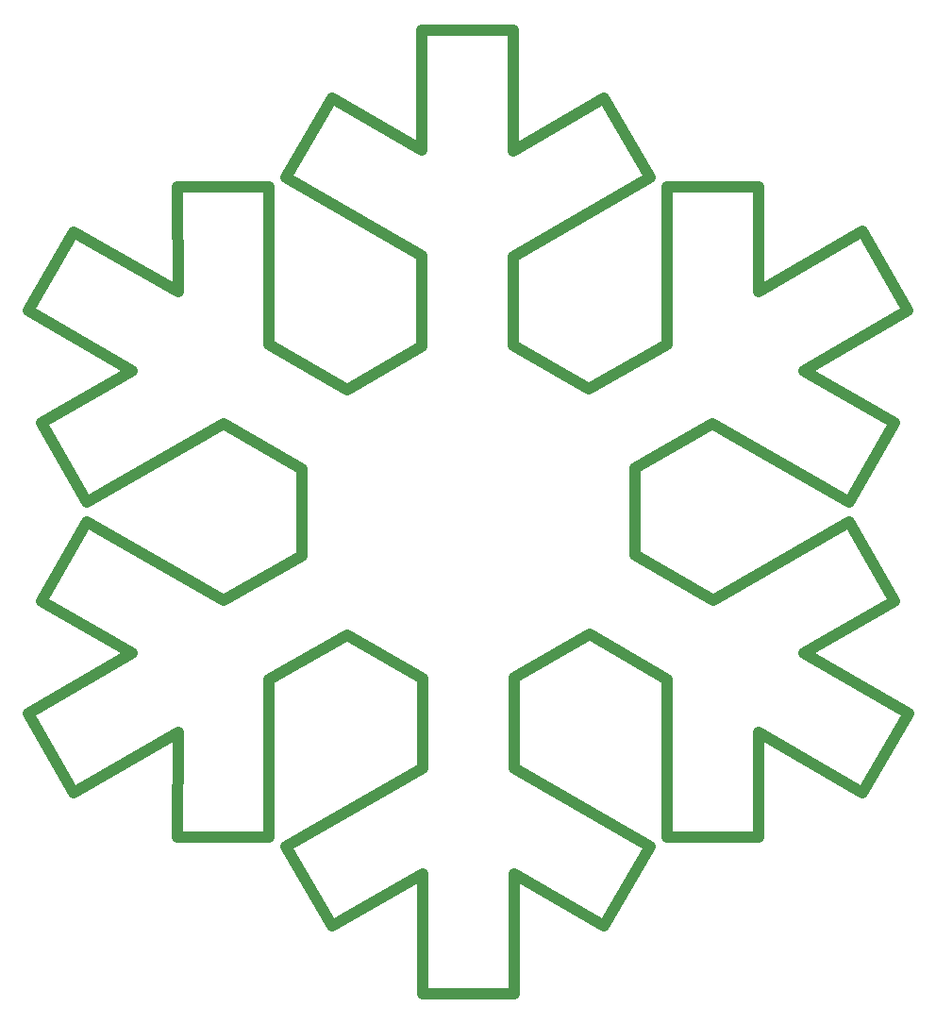
<source format=gbr>
%TF.GenerationSoftware,KiCad,Pcbnew,5.1.6-c6e7f7d~87~ubuntu19.10.1*%
%TF.CreationDate,2021-11-13T00:37:31-08:00*%
%TF.ProjectId,snowflake2021,736e6f77-666c-4616-9b65-323032312e6b,rev?*%
%TF.SameCoordinates,Original*%
%TF.FileFunction,Profile,NP*%
%FSLAX46Y46*%
G04 Gerber Fmt 4.6, Leading zero omitted, Abs format (unit mm)*
G04 Created by KiCad (PCBNEW 5.1.6-c6e7f7d~87~ubuntu19.10.1) date 2021-11-13 00:37:31*
%MOMM*%
%LPD*%
G01*
G04 APERTURE LIST*
%TA.AperFunction,Profile*%
%ADD10C,1.000000*%
%TD*%
G04 APERTURE END LIST*
D10*
%TO.C,svg2mod*%
X140789752Y-26670000D02*
X140789752Y-37443502D01*
X140789752Y-37443502D02*
X132695156Y-32763685D01*
X132695156Y-32763685D02*
X128585846Y-39857825D01*
X128585846Y-39857825D02*
X140789752Y-46927161D01*
X140789752Y-46927161D02*
X140789752Y-55027959D01*
X140789752Y-55027959D02*
X134038226Y-58925912D01*
X134038226Y-58925912D02*
X127081028Y-54906002D01*
X127081028Y-54906002D02*
X127056224Y-40742526D01*
X127056224Y-40742526D02*
X118854140Y-40759062D01*
X118854140Y-40759062D02*
X118870677Y-50168307D01*
X118870677Y-50168307D02*
X109511042Y-44760885D01*
X109511042Y-44760885D02*
X105410000Y-51863294D01*
X105410000Y-51863294D02*
X114744831Y-57254179D01*
X114744831Y-57254179D02*
X106641966Y-61917460D01*
X106641966Y-61917460D02*
X110726471Y-69028137D01*
X110726471Y-69028137D02*
X122955182Y-61991875D01*
X122955182Y-61991875D02*
X129965607Y-66040722D01*
X129965607Y-66040722D02*
X129965607Y-73832495D01*
X129965607Y-73832495D02*
X123004791Y-77850338D01*
X123004791Y-77850338D02*
X110726471Y-70789270D01*
X110726471Y-70789270D02*
X106641966Y-77899947D01*
X106641966Y-77899947D02*
X114794440Y-82596301D01*
X114794440Y-82596301D02*
X105434805Y-87995455D01*
X105434805Y-87995455D02*
X109535846Y-95097864D01*
X109535846Y-95097864D02*
X118870677Y-89706978D01*
X118870677Y-89706978D02*
X118854140Y-99058345D01*
X118854140Y-99058345D02*
X127056224Y-99074882D01*
X127056224Y-99074882D02*
X127081028Y-84969283D01*
X127081028Y-84969283D02*
X134094037Y-80923534D01*
X134094037Y-80923534D02*
X140839362Y-84817870D01*
X140839362Y-84817870D02*
X140839362Y-92857174D01*
X140839362Y-92857174D02*
X128585846Y-99959582D01*
X128585846Y-99959582D02*
X132695156Y-107053723D01*
X132695156Y-107053723D02*
X140839362Y-102340832D01*
X140839362Y-102340832D02*
X140839362Y-113147408D01*
X140839362Y-113147408D02*
X149041445Y-113147408D01*
X149041445Y-113147408D02*
X149041445Y-102373905D01*
X149041445Y-102373905D02*
X157136041Y-107053723D01*
X157136041Y-107053723D02*
X161245351Y-99959582D01*
X161245351Y-99959582D02*
X149041445Y-92890247D01*
X149041445Y-92890247D02*
X149041445Y-84788933D01*
X149041445Y-84788933D02*
X155792455Y-80891496D01*
X155792455Y-80891496D02*
X162750169Y-84911406D01*
X162750169Y-84911406D02*
X162774960Y-99074882D01*
X162774960Y-99074882D02*
X170977043Y-99058345D01*
X170977043Y-99058345D02*
X170960507Y-89649101D01*
X170960507Y-89649101D02*
X180320142Y-95056523D01*
X180320142Y-95056523D02*
X184421184Y-87954114D01*
X184421184Y-87954114D02*
X175086353Y-82563228D01*
X175086353Y-82563228D02*
X183189218Y-77899947D01*
X183189218Y-77899947D02*
X179104712Y-70789270D01*
X179104712Y-70789270D02*
X166884270Y-77825533D01*
X166884270Y-77825533D02*
X159865578Y-73774617D01*
X159865578Y-73774617D02*
X159865578Y-65983363D01*
X159865578Y-65983363D02*
X166834660Y-61958802D01*
X166834660Y-61958802D02*
X179104712Y-69028137D01*
X179104712Y-69028137D02*
X183189218Y-61917460D01*
X183189218Y-61917460D02*
X175036744Y-57221106D01*
X175036744Y-57221106D02*
X184396379Y-51821953D01*
X184396379Y-51821953D02*
X180295337Y-44719544D01*
X180295337Y-44719544D02*
X170960507Y-50110429D01*
X170960507Y-50110429D02*
X170977043Y-40759062D01*
X170977043Y-40759062D02*
X162774960Y-40742526D01*
X162774960Y-40742526D02*
X162750169Y-54848125D01*
X162750169Y-54848125D02*
X155737676Y-58893874D01*
X155737676Y-58893874D02*
X148991835Y-54999019D01*
X148991835Y-54999019D02*
X148991835Y-46960234D01*
X148991835Y-46960234D02*
X161245351Y-39857825D01*
X161245351Y-39857825D02*
X157136041Y-32763685D01*
X157136041Y-32763685D02*
X148991835Y-37476575D01*
X148991835Y-37476575D02*
X148991835Y-26670000D01*
X148991835Y-26670000D02*
X140789752Y-26670000D01*
%TD*%
M02*

</source>
